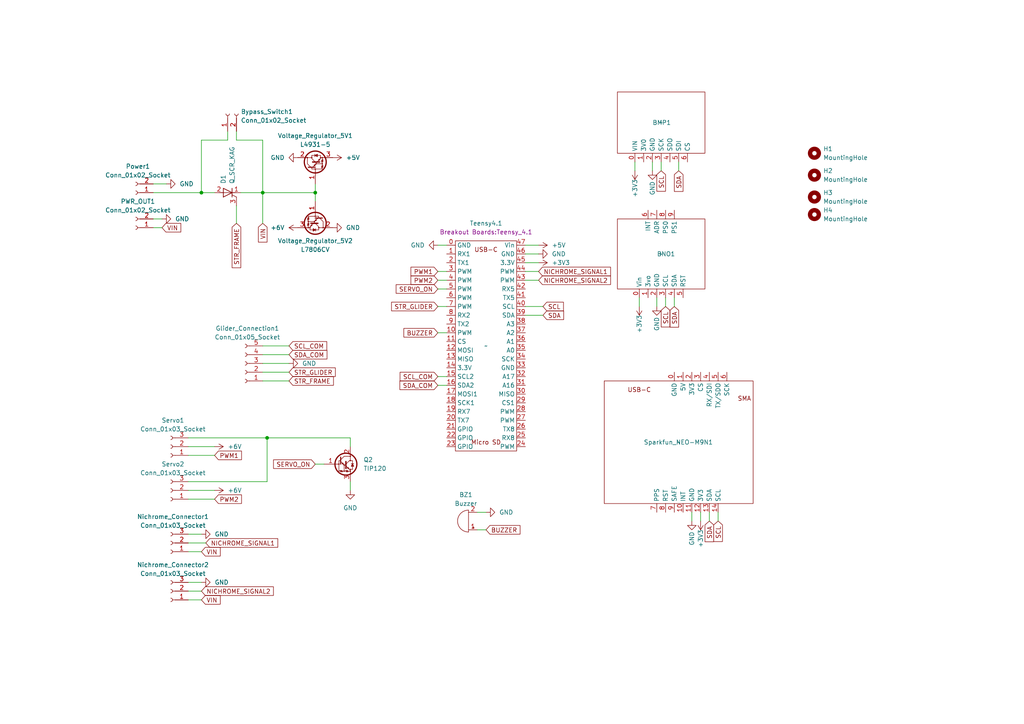
<source format=kicad_sch>
(kicad_sch (version 20231120) (generator "eeschema") (generator_version "8.0")
  (paper "A4")
  (lib_symbols
    (symbol "Breakout Boards:BMP280"
      (property "Reference" "BMP280" (at 0 0 0))
      (symbol "BMP280_0_1"
        (rectangle (start -12.7 8.89) (end 12.7 -8.89))
      )
      (symbol "BMP280_1_1"
        (pin input line (at -7.62 -11.43 90) (length 2.54) (name "VIN") (number "0"))
        (pin input line (at -5.08 -11.43 90) (length 2.54) (name "3V0") (number "1"))
        (pin input line (at -2.54 -11.43 90) (length 2.54) (name "GND") (number "2"))
        (pin input line (at 0 -11.43 90) (length 2.54) (name "SCK") (number "3"))
        (pin input line (at 2.54 -11.43 90) (length 2.54) (name "SDO") (number "4"))
        (pin input line (at 5.08 -11.43 90) (length 2.54) (name "SDI") (number "5"))
        (pin input line (at 7.62 -11.43 90) (length 2.54) (name "CS") (number "6"))
      )
    )
    (symbol "Breakout Boards:BNO055"
      (property "Reference" "BNO055" (at 0 0 0))
      (symbol "BNO055_0_1"
        (rectangle (start -12.7 10.16) (end 12.7 -10.16))
      )
      (symbol "BNO055_1_1"
        (pin input line (at -6.35 -12.7 90) (length 2.54) (name "Vin") (number "0"))
        (pin input line (at -3.81 -12.7 90) (length 2.54) (name "3vo") (number "1"))
        (pin input line (at -1.27 -12.7 90) (length 2.54) (name "GND") (number "2"))
        (pin input line (at 1.27 -12.7 90) (length 2.54) (name "SCL") (number "3"))
        (pin input line (at 3.81 -12.7 90) (length 2.54) (name "SDA") (number "4"))
        (pin input line (at 6.35 -12.7 90) (length 2.54) (name "RST") (number "5"))
        (pin input line (at -3.81 12.7 270) (length 2.54) (name "INT") (number "6"))
        (pin input line (at -1.27 12.7 270) (length 2.54) (name "ADR") (number "7"))
        (pin input line (at 1.27 12.7 270) (length 2.54) (name "PS0") (number "8"))
        (pin input line (at 3.81 12.7 270) (length 2.54) (name "PS1") (number "9"))
      )
    )
    (symbol "Breakout Boards:Sparkfun_NEO-M9N"
      (property "Reference" "Sparkfun_NEO-M9N" (at 0 0 0))
      (symbol "Sparkfun_NEO-M9N_0_1"
        (rectangle (start -21.59 17.78) (end 21.59 -17.78))
      )
      (symbol "Sparkfun_NEO-M9N_1_1"
        (text "SMA" (at 19.05 12.7 0) (effects (font (size 1.27 1.27))))
        (text "USB-C" (at -11.43 15.24 0) (effects (font (size 1.27 1.27))))
        (pin input line (at -1.27 20.32 270) (length 2.54) (name "GND") (number "0"))
        (pin input line (at 1.27 20.32 270) (length 2.54) (name "5V") (number "1"))
        (pin input line (at 1.27 -20.32 90) (length 2.54) (name "INT") (number "10"))
        (pin input line (at 3.81 -20.32 90) (length 2.54) (name "GND") (number "11"))
        (pin input line (at 6.35 -20.32 90) (length 2.54) (name "3V3") (number "12"))
        (pin input line (at 8.89 -20.32 90) (length 2.54) (name "SDA") (number "13"))
        (pin input line (at 11.43 -20.32 90) (length 2.54) (name "SCL") (number "14"))
        (pin input line (at 3.81 20.32 270) (length 2.54) (name "3V3") (number "2"))
        (pin input line (at 6.35 20.32 270) (length 2.54) (name "CS") (number "3"))
        (pin input line (at 8.89 20.32 270) (length 2.54) (name "RX/SDI") (number "4"))
        (pin input line (at 11.43 20.32 270) (length 2.54) (name "TX/SDO") (number "5"))
        (pin input line (at 13.97 20.32 270) (length 2.54) (name "SCK") (number "6"))
        (pin input line (at -6.35 -20.32 90) (length 2.54) (name "PPS") (number "7"))
        (pin input line (at -3.81 -20.32 90) (length 2.54) (name "RST") (number "8"))
        (pin input line (at -1.27 -20.32 90) (length 2.54) (name "SAFE") (number "9"))
      )
    )
    (symbol "Breakout Boards:Teensy_4.1"
      (property "Reference" "Teensy4.1" (at 0 0 90))
      (property "Footprint" "Breakout Boards:Teensy_4.1" (at 0 0 0))
      (symbol "Teensy_4.1_0_1"
        (rectangle (start -8.89 30.48) (end 8.89 -30.48))
      )
      (symbol "Teensy_4.1_1_1"
        (text "Micro SD" (at 0 -27.94 0) (effects (font (size 1.27 1.27))))
        (text "USB-C" (at 0 27.94 0) (effects (font (size 1.27 1.27))))
        (pin input line (at -11.43 29.21 0) (length 2.54) (name "GND") (number "0"))
        (pin input line (at -11.43 26.67 0) (length 2.54) (name "RX1") (number "1"))
        (pin input line (at -11.43 3.81 0) (length 2.54) (name "PWM") (number "10"))
        (pin input line (at -11.43 1.27 0) (length 2.54) (name "CS") (number "11"))
        (pin input line (at -11.43 -1.27 0) (length 2.54) (name "MOSI") (number "12"))
        (pin input line (at -11.43 -3.81 0) (length 2.54) (name "MISO") (number "13"))
        (pin input line (at -11.43 -6.35 0) (length 2.54) (name "3.3V") (number "14"))
        (pin input line (at -11.43 -8.89 0) (length 2.54) (name "SCL2") (number "15"))
        (pin input line (at -11.43 -11.43 0) (length 2.54) (name "SDA2") (number "16"))
        (pin input line (at -11.43 -13.97 0) (length 2.54) (name "MOSI1") (number "17"))
        (pin input line (at -11.43 -16.51 0) (length 2.54) (name "SCK1") (number "18"))
        (pin input line (at -11.43 -19.05 0) (length 2.54) (name "RX7") (number "19"))
        (pin input line (at -11.43 24.13 0) (length 2.54) (name "TX1") (number "2"))
        (pin input line (at -11.43 -21.59 0) (length 2.54) (name "TX7") (number "20"))
        (pin input line (at -11.43 -24.13 0) (length 2.54) (name "GPIO") (number "21"))
        (pin input line (at -11.43 -26.67 0) (length 2.54) (name "GPIO") (number "22"))
        (pin input line (at -11.43 -29.21 0) (length 2.54) (name "GPIO") (number "23"))
        (pin input line (at 11.43 -29.21 180) (length 2.54) (name "PWM") (number "24"))
        (pin input line (at 11.43 -26.67 180) (length 2.54) (name "RX8") (number "25"))
        (pin input line (at 11.43 -24.13 180) (length 2.54) (name "TX8") (number "26"))
        (pin input line (at 11.43 -21.59 180) (length 2.54) (name "PWM") (number "27"))
        (pin input line (at 11.43 -19.05 180) (length 2.54) (name "PWM") (number "28"))
        (pin input line (at 11.43 -16.51 180) (length 2.54) (name "CS1") (number "29"))
        (pin input line (at -11.43 21.59 0) (length 2.54) (name "PWM") (number "3"))
        (pin input line (at 11.43 -13.97 180) (length 2.54) (name "MISO") (number "30"))
        (pin input line (at 11.43 -11.43 180) (length 2.54) (name "A16") (number "31"))
        (pin input line (at 11.43 -8.89 180) (length 2.54) (name "A17") (number "32"))
        (pin input line (at 11.43 -6.35 180) (length 2.54) (name "GND") (number "33"))
        (pin input line (at 11.43 -3.81 180) (length 2.54) (name "SCK") (number "34"))
        (pin input line (at 11.43 -1.27 180) (length 2.54) (name "A0") (number "35"))
        (pin input line (at 11.43 1.27 180) (length 2.54) (name "A1") (number "36"))
        (pin input line (at 11.43 3.81 180) (length 2.54) (name "A2") (number "37"))
        (pin input line (at 11.43 6.35 180) (length 2.54) (name "A3") (number "38"))
        (pin input line (at 11.43 8.89 180) (length 2.54) (name "SDA") (number "39"))
        (pin input line (at -11.43 19.05 0) (length 2.54) (name "PWM") (number "4"))
        (pin input line (at 11.43 11.43 180) (length 2.54) (name "SCL") (number "40"))
        (pin input line (at 11.43 13.97 180) (length 2.54) (name "TX5") (number "41"))
        (pin input line (at 11.43 16.51 180) (length 2.54) (name "RX5") (number "42"))
        (pin input line (at 11.43 19.05 180) (length 2.54) (name "PWM") (number "43"))
        (pin input line (at 11.43 21.59 180) (length 2.54) (name "PWM") (number "44"))
        (pin input line (at 11.43 24.13 180) (length 2.54) (name "3.3V") (number "45"))
        (pin input line (at 11.43 26.67 180) (length 2.54) (name "GND") (number "46"))
        (pin input line (at 11.43 29.21 180) (length 2.54) (name "Vin") (number "47"))
        (pin input line (at -11.43 16.51 0) (length 2.54) (name "PWM") (number "5"))
        (pin input line (at -11.43 13.97 0) (length 2.54) (name "PWM") (number "6"))
        (pin input line (at -11.43 11.43 0) (length 2.54) (name "PWM") (number "7"))
        (pin input line (at -11.43 8.89 0) (length 2.54) (name "RX2") (number "8"))
        (pin input line (at -11.43 6.35 0) (length 2.54) (name "TX2") (number "9"))
      )
    )
    (symbol "Connector:Conn_01x02_Socket" (pin_names (offset 1.016) hide)
      (property "Reference" "J" (at 0 2.54 0))
      (property "Value" "Conn_01x02_Socket" (at 0 -5.08 0))
      (symbol "Conn_01x02_Socket_1_1"
        (arc (start 0 -2.032) (mid -0.5058 -2.54) (end 0 -3.048) (stroke (width 0.1524)))
        (polyline (pts (xy -1.27 -2.54) (xy -0.508 -2.54)) (stroke (width 0.1524)))
        (polyline (pts (xy -1.27 0) (xy -0.508 0)) (stroke (width 0.1524)))
        (arc (start 0 0.508) (mid -0.5058 0) (end 0 -0.508) (stroke (width 0.1524)))
        (pin passive line (at -5.08 0 0) (length 3.81) (name "Pin_1") (number "1"))
        (pin passive line (at -5.08 -2.54 0) (length 3.81) (name "Pin_2") (number "2"))
      )
    )
    (symbol "Connector:Conn_01x03_Socket" (pin_names (offset 1.016) hide)
      (property "Reference" "J" (at 0 5.08 0))
      (property "Value" "Conn_01x03_Socket" (at 0 -5.08 0))
      (symbol "Conn_01x03_Socket_1_1"
        (arc (start 0 -2.032) (mid -0.5058 -2.54) (end 0 -3.048) (stroke (width 0.1524)))
        (polyline (pts (xy -1.27 -2.54) (xy -0.508 -2.54)) (stroke (width 0.1524)))
        (polyline (pts (xy -1.27 0) (xy -0.508 0)) (stroke (width 0.1524)))
        (polyline (pts (xy -1.27 2.54) (xy -0.508 2.54)) (stroke (width 0.1524)))
        (arc (start 0 0.508) (mid -0.5058 0) (end 0 -0.508) (stroke (width 0.1524)))
        (arc (start 0 3.048) (mid -0.5058 2.54) (end 0 2.032) (stroke (width 0.1524)))
        (pin passive line (at -5.08 2.54 0) (length 3.81) (name "Pin_1") (number "1"))
        (pin passive line (at -5.08 0 0) (length 3.81) (name "Pin_2") (number "2"))
        (pin passive line (at -5.08 -2.54 0) (length 3.81) (name "Pin_3") (number "3"))
      )
    )
    (symbol "Connector:Conn_01x05_Socket" (pin_names (offset 1.016) hide)
      (property "Reference" "J" (at 0 7.62 0))
      (property "Value" "Conn_01x05_Socket" (at 0 -7.62 0))
      (symbol "Conn_01x05_Socket_1_1"
        (arc (start 0 -4.572) (mid -0.5058 -5.08) (end 0 -5.588) (stroke (width 0.1524)))
        (arc (start 0 -2.032) (mid -0.5058 -2.54) (end 0 -3.048) (stroke (width 0.1524)))
        (polyline (pts (xy -1.27 -5.08) (xy -0.508 -5.08)) (stroke (width 0.1524)))
        (polyline (pts (xy -1.27 -2.54) (xy -0.508 -2.54)) (stroke (width 0.1524)))
        (polyline (pts (xy -1.27 0) (xy -0.508 0)) (stroke (width 0.1524)))
        (polyline (pts (xy -1.27 2.54) (xy -0.508 2.54)) (stroke (width 0.1524)))
        (polyline (pts (xy -1.27 5.08) (xy -0.508 5.08)) (stroke (width 0.1524)))
        (arc (start 0 0.508) (mid -0.5058 0) (end 0 -0.508) (stroke (width 0.1524)))
        (arc (start 0 3.048) (mid -0.5058 2.54) (end 0 2.032) (stroke (width 0.1524)))
        (arc (start 0 5.588) (mid -0.5058 5.08) (end 0 4.572) (stroke (width 0.1524)))
        (pin passive line (at -5.08 5.08 0) (length 3.81) (name "Pin_1") (number "1"))
        (pin passive line (at -5.08 2.54 0) (length 3.81) (name "Pin_2") (number "2"))
        (pin passive line (at -5.08 0 0) (length 3.81) (name "Pin_3") (number "3"))
        (pin passive line (at -5.08 -2.54 0) (length 3.81) (name "Pin_4") (number "4"))
        (pin passive line (at -5.08 -5.08 0) (length 3.81) (name "Pin_5") (number "5"))
      )
    )
    (symbol "Device:Buzzer" (pin_names (offset 0.0254) hide)
      (property "Reference" "BZ" (at 3.81 1.27 0))
      (property "Value" "Buzzer" (at 3.81 -1.27 0))
      (symbol "Buzzer_0_1"
        (arc (start 0 -3.175) (mid 3.1612 0) (end 0 3.175))
        (polyline (pts (xy -1.651 1.905) (xy -1.143 1.905)))
        (polyline (pts (xy -1.397 2.159) (xy -1.397 1.651)))
        (polyline (pts (xy 0 3.175) (xy 0 -3.175)))
      )
      (symbol "Buzzer_1_1"
        (pin passive line (at -2.54 2.54 0) (length 2.54) (name "-") (number "1"))
        (pin passive line (at -2.54 -2.54 0) (length 2.54) (name "+") (number "2"))
      )
    )
    (symbol "Device:Q_SCR_KAG" (pin_names (offset 0) hide)
      (property "Reference" "D" (at 1.905 0.635 0))
      (property "Value" "Q_SCR_KAG" (at 1.905 -1.27 0))
      (symbol "Q_SCR_KAG_0_1"
        (polyline (pts (xy -1.27 -2.54) (xy -0.635 -1.27)))
        (polyline (pts (xy -1.27 -1.27) (xy 1.27 -1.27)) (stroke (width 0.2032)))
        (polyline (pts (xy 0 -2.54) (xy 0 2.54)))
        (polyline (pts (xy -1.27 1.27) (xy 1.27 1.27) (xy 0 -1.27) (xy -1.27 1.27)) (stroke (width 0.2032)))
      )
      (symbol "Q_SCR_KAG_1_1"
        (pin passive line (at 0 -3.81 90) (length 2.54) (name "K") (number "1"))
        (pin passive line (at 0 3.81 270) (length 2.54) (name "A") (number "2"))
        (pin input line (at -3.81 -2.54 0) (length 2.54) (name "G") (number "3"))
      )
    )
    (symbol "Mechanical:MountingHole" (pin_names (offset 1.016))
      (property "Reference" "H" (at 0 5.08 0))
      (property "Value" "MountingHole" (at 0 3.175 0))
      (symbol "MountingHole_0_1"
        (circle (center 0 0) (radius 1.27) (stroke (width 1.27)))
      )
    )
    (symbol "Transistor_BJT:TIP120" (pin_names (offset 0) hide)
      (property "Reference" "Q" (at 5.08 1.905 0))
      (property "Value" "TIP120" (at 5.08 0 0))
      (symbol "TIP120_0_1"
        (circle (center -0.762 0) (radius 0.127))
        (polyline (pts (xy -1.27 0) (xy -0.889 0)))
        (polyline (pts (xy 2.54 -2.032) (xy 2.54 -2.54)))
        (polyline (pts (xy 2.54 -1.524) (xy 3.175 -1.524)))
        (polyline (pts (xy 2.794 0.127) (xy 3.556 0.127)))
        (polyline (pts (xy 3.175 -0.635) (xy 3.175 -1.524)))
        (polyline (pts (xy 3.175 1.016) (xy 2.54 1.016)))
        (polyline (pts (xy 3.175 1.016) (xy 3.175 0.127)))
        (polyline (pts (xy -0.254 0.762) (xy 0.762 -0.254) (xy 1.27 -0.254)))
        (polyline (pts (xy -0.254 1.016) (xy -0.762 1.016) (xy -0.762 -2.032)))
        (polyline (pts (xy -0.254 1.27) (xy 0.762 2.286) (xy 2.54 2.286)))
        (polyline (pts (xy -0.254 2.032) (xy -0.254 0) (xy -0.254 0)) (stroke (width 0.3048)))
        (polyline (pts (xy 1.27 0.762) (xy 1.27 -1.27) (xy 1.27 -1.27)) (stroke (width 0.381)))
        (polyline (pts (xy 0.635 -0.127) (xy 0.381 0.381) (xy 0.127 0.127) (xy 0.635 -0.127)))
        (polyline (pts (xy 1.27 -0.508) (xy 2.286 -1.524) (xy 2.54 -1.524) (xy 2.54 -2.032)))
        (polyline (pts (xy 1.27 0) (xy 2.286 1.016) (xy 2.54 1.016) (xy 2.54 2.286)))
        (polyline (pts (xy 2.159 -1.397) (xy 1.905 -0.889) (xy 1.651 -1.143) (xy 2.159 -1.397)))
        (polyline (pts (xy 3.175 0.127) (xy 2.794 -0.635) (xy 3.556 -0.635) (xy 3.175 0.127)) (fill (type outline)))
        (polyline (pts (xy 0.762 -2.032) (xy 0.381 -2.032) (xy 0.254 -2.286) (xy 0.127 -1.778) (xy 0 -2.286) (xy -0.127 -1.778) (xy -0.254 -2.286) (xy -0.381 -1.778) (xy -0.508 -2.032) (xy -0.762 -2.032)))
        (polyline (pts (xy 0.762 -0.254) (xy 0.762 -2.032) (xy 1.143 -2.032) (xy 1.27 -1.778) (xy 1.397 -2.286) (xy 1.524 -1.778) (xy 1.651 -2.286) (xy 1.778 -1.778) (xy 1.905 -2.286) (xy 2.032 -2.032) (xy 2.54 -2.032)))
        (circle (center 0.762 -2.032) (radius 0.127))
        (circle (center 0.762 -0.254) (radius 0.127))
        (circle (center 1.27 0) (radius 3.175) (stroke (width 0.3556)))
        (circle (center 2.54 -2.032) (radius 0.127))
        (circle (center 2.54 -1.524) (radius 0.127))
        (circle (center 2.54 1.016) (radius 0.127))
        (circle (center 2.54 2.286) (radius 0.127))
      )
      (symbol "TIP120_1_1"
        (pin input line (at -5.08 0 0) (length 3.81) (name "B") (number "1"))
        (pin passive line (at 2.54 5.08 270) (length 2.667) (name "C") (number "2"))
        (pin passive line (at 2.54 -5.08 90) (length 2.54) (name "E") (number "3"))
      )
    )
    (symbol "power:+3V3" (power) (pin_names (offset 0))
      (property "Value" "+3V3" (at 0 3.556 0))
      (symbol "+3V3_0_1"
        (polyline (pts (xy -0.762 1.27) (xy 0 2.54)))
        (polyline (pts (xy 0 0) (xy 0 2.54)))
        (polyline (pts (xy 0 2.54) (xy 0.762 1.27)))
      )
      (symbol "+3V3_1_1"
        (pin power_in line (at 0 0 90) (length 0) hide (name "+3V3") (number "1"))
      )
    )
    (symbol "power:+5V" (power) (pin_names (offset 0))
      (property "Value" "+5V" (at 0 3.556 0))
      (symbol "+5V_0_1"
        (polyline (pts (xy -0.762 1.27) (xy 0 2.54)))
        (polyline (pts (xy 0 0) (xy 0 2.54)))
        (polyline (pts (xy 0 2.54) (xy 0.762 1.27)))
      )
      (symbol "+5V_1_1"
        (pin power_in line (at 0 0 90) (length 0) hide (name "+5V") (number "1"))
      )
    )
    (symbol "power:+6V" (power) (pin_names (offset 0))
      (property "Value" "+6V" (at 0 3.556 0))
      (symbol "+6V_0_1"
        (polyline (pts (xy -0.762 1.27) (xy 0 2.54)))
        (polyline (pts (xy 0 0) (xy 0 2.54)))
        (polyline (pts (xy 0 2.54) (xy 0.762 1.27)))
      )
      (symbol "+6V_1_1"
        (pin power_in line (at 0 0 90) (length 0) hide (name "+6V") (number "1"))
      )
    )
    (symbol "power:GND" (power) (pin_names (offset 0))
      (property "Value" "GND" (at 0 -3.81 0))
      (symbol "GND_0_1"
        (polyline (pts (xy 0 0) (xy 0 -1.27) (xy 1.27 -1.27) (xy 0 -2.54) (xy -1.27 -1.27) (xy 0 -1.27)))
      )
      (symbol "GND_1_1"
        (pin power_in line (at 0 0 270) (length 0) hide (name "GND") (number "1"))
      )
    )
  )
  (junction (at 58.42 55.88))
  (junction (at 91.44 55.88))
  (junction (at 76.2 55.88))
  (junction (at 77.47 127))
  (wire (pts (xy 152.4 81.28) (xy 156.21 81.28)))
  (wire (pts (xy 152.4 73.66) (xy 156.21 73.66)))
  (wire (pts (xy 127 83.82) (xy 129.54 83.82)))
  (wire (pts (xy 91.44 55.88) (xy 91.44 58.42)))
  (wire (pts (xy 54.61 173.99) (xy 58.42 173.99)))
  (wire (pts (xy 208.28 148.59) (xy 208.28 151.13)))
  (wire (pts (xy 54.61 168.91) (xy 58.42 168.91)))
  (wire (pts (xy 54.61 127) (xy 77.47 127)))
  (wire (pts (xy 127 96.52) (xy 129.54 96.52)))
  (wire (pts (xy 91.44 53.34) (xy 91.44 55.88)))
  (wire (pts (xy 76.2 64.77) (xy 76.2 55.88)))
  (wire (pts (xy 44.45 53.34) (xy 48.26 53.34)))
  (wire (pts (xy 127 88.9) (xy 129.54 88.9)))
  (wire (pts (xy 152.4 76.2) (xy 156.21 76.2)))
  (wire (pts (xy 44.45 55.88) (xy 58.42 55.88)))
  (wire (pts (xy 68.58 64.77) (xy 68.58 59.69)))
  (wire (pts (xy 93.98 134.62) (xy 91.44 134.62)))
  (wire (pts (xy 76.2 40.64) (xy 76.2 55.88)))
  (wire (pts (xy 200.66 148.59) (xy 200.66 151.13)))
  (wire (pts (xy 190.5 86.36) (xy 190.5 88.9)))
  (wire (pts (xy 189.23 46.99) (xy 189.23 49.53)))
  (wire (pts (xy 66.04 38.1) (xy 66.04 40.64)))
  (wire (pts (xy 54.61 154.94) (xy 58.42 154.94)))
  (wire (pts (xy 44.45 66.04) (xy 46.99 66.04)))
  (wire (pts (xy 76.2 55.88) (xy 91.44 55.88)))
  (wire (pts (xy 152.4 78.74) (xy 156.21 78.74)))
  (wire (pts (xy 54.61 144.78) (xy 62.23 144.78)))
  (wire (pts (xy 54.61 129.54) (xy 62.23 129.54)))
  (wire (pts (xy 68.58 38.1) (xy 68.58 40.64)))
  (wire (pts (xy 152.4 91.44) (xy 157.48 91.44)))
  (wire (pts (xy 205.74 148.59) (xy 205.74 151.13)))
  (wire (pts (xy 138.43 153.67) (xy 140.97 153.67)))
  (wire (pts (xy 54.61 139.7) (xy 77.47 139.7)))
  (wire (pts (xy 193.04 86.36) (xy 193.04 88.9)))
  (wire (pts (xy 127 111.76) (xy 129.54 111.76)))
  (wire (pts (xy 101.6 139.7) (xy 101.6 142.24)))
  (wire (pts (xy 152.4 88.9) (xy 157.48 88.9)))
  (wire (pts (xy 191.77 46.99) (xy 191.77 49.53)))
  (wire (pts (xy 76.2 102.87) (xy 83.82 102.87)))
  (wire (pts (xy 54.61 160.02) (xy 58.42 160.02)))
  (wire (pts (xy 101.6 127) (xy 101.6 129.54)))
  (wire (pts (xy 68.58 40.64) (xy 76.2 40.64)))
  (wire (pts (xy 185.42 86.36) (xy 185.42 88.9)))
  (wire (pts (xy 138.43 148.59) (xy 140.97 148.59)))
  (wire (pts (xy 54.61 157.48) (xy 59.69 157.48)))
  (wire (pts (xy 195.58 86.36) (xy 195.58 88.9)))
  (wire (pts (xy 54.61 142.24) (xy 62.23 142.24)))
  (wire (pts (xy 77.47 127) (xy 101.6 127)))
  (wire (pts (xy 127 71.12) (xy 129.54 71.12)))
  (wire (pts (xy 152.4 71.12) (xy 156.21 71.12)))
  (wire (pts (xy 58.42 55.88) (xy 62.23 55.88)))
  (wire (pts (xy 127 81.28) (xy 129.54 81.28)))
  (wire (pts (xy 66.04 40.64) (xy 58.42 40.64)))
  (wire (pts (xy 203.2 148.59) (xy 203.2 151.13)))
  (wire (pts (xy 76.2 100.33) (xy 83.82 100.33)))
  (wire (pts (xy 54.61 132.08) (xy 62.23 132.08)))
  (wire (pts (xy 76.2 55.88) (xy 69.85 55.88)))
  (wire (pts (xy 196.85 46.99) (xy 196.85 49.53)))
  (wire (pts (xy 77.47 139.7) (xy 77.47 127)))
  (wire (pts (xy 76.2 105.41) (xy 83.82 105.41)))
  (wire (pts (xy 76.2 110.49) (xy 83.82 110.49)))
  (wire (pts (xy 54.61 171.45) (xy 58.42 171.45)))
  (wire (pts (xy 127 109.22) (xy 129.54 109.22)))
  (wire (pts (xy 76.2 107.95) (xy 83.82 107.95)))
  (wire (pts (xy 58.42 40.64) (xy 58.42 55.88)))
  (wire (pts (xy 184.15 46.99) (xy 184.15 49.53)))
  (wire (pts (xy 44.45 63.5) (xy 46.99 63.5)))
  (wire (pts (xy 127 78.74) (xy 129.54 78.74)))
  (global_label "SDA" (shape input) (at 196.85 49.53 270) (property "Intersheetrefs" "${INTERSHEET_REFS}" (effects (hide yes))))
  (global_label "VIN" (shape input) (at 46.99 66.04 0) (property "Intersheetrefs" "${INTERSHEET_REFS}" (effects (hide yes))))
  (global_label "SERVO_ON" (shape input) (at 127 83.82 180) (property "Intersheetrefs" "${INTERSHEET_REFS}" (effects (hide yes))))
  (global_label "SCL_COM" (shape input) (at 83.82 100.33 0) (property "Intersheetrefs" "${INTERSHEET_REFS}" (effects (hide yes))))
  (global_label "PWM2" (shape input) (at 127 81.28 180) (property "Intersheetrefs" "${INTERSHEET_REFS}" (effects (hide yes))))
  (global_label "PWM2" (shape input) (at 62.23 144.78 0) (property "Intersheetrefs" "${INTERSHEET_REFS}" (effects (hide yes))))
  (global_label "NICHROME_SIGNAL1" (shape input) (at 156.21 78.74 0) (property "Intersheetrefs" "${INTERSHEET_REFS}" (effects (hide yes))))
  (global_label "STR_FRAME" (shape input) (at 68.58 64.77 270) (property "Intersheetrefs" "${INTERSHEET_REFS}" (effects (hide yes))))
  (global_label "SDA" (shape input) (at 205.74 151.13 270) (property "Intersheetrefs" "${INTERSHEET_REFS}" (effects (hide yes))))
  (global_label "SCL" (shape input) (at 208.28 151.13 270) (property "Intersheetrefs" "${INTERSHEET_REFS}" (effects (hide yes))))
  (global_label "SDA_COM" (shape input) (at 83.82 102.87 0) (property "Intersheetrefs" "${INTERSHEET_REFS}" (effects (hide yes))))
  (global_label "SDA_COM" (shape input) (at 127 111.76 180) (property "Intersheetrefs" "${INTERSHEET_REFS}" (effects (hide yes))))
  (global_label "NICHROME_SIGNAL2" (shape input) (at 58.42 171.45 0) (property "Intersheetrefs" "${INTERSHEET_REFS}" (effects (hide yes))))
  (global_label "NICHROME_SIGNAL1" (shape input) (at 59.69 157.48 0) (property "Intersheetrefs" "${INTERSHEET_REFS}" (effects (hide yes))))
  (global_label "STR_GLIDER" (shape input) (at 127 88.9 180) (property "Intersheetrefs" "${INTERSHEET_REFS}" (effects (hide yes))))
  (global_label "VIN" (shape input) (at 76.2 64.77 270) (property "Intersheetrefs" "${INTERSHEET_REFS}" (effects (hide yes))))
  (global_label "SDA" (shape input) (at 195.58 88.9 270) (property "Intersheetrefs" "${INTERSHEET_REFS}" (effects (hide yes))))
  (global_label "PWM1" (shape input) (at 62.23 132.08 0) (property "Intersheetrefs" "${INTERSHEET_REFS}" (effects (hide yes))))
  (global_label "VIN" (shape input) (at 58.42 173.99 0) (property "Intersheetrefs" "${INTERSHEET_REFS}" (effects (hide yes))))
  (global_label "SDA" (shape input) (at 157.48 91.44 0) (property "Intersheetrefs" "${INTERSHEET_REFS}" (effects (hide yes))))
  (global_label "NICHROME_SIGNAL2" (shape input) (at 156.21 81.28 0) (property "Intersheetrefs" "${INTERSHEET_REFS}" (effects (hide yes))))
  (global_label "SERVO_ON" (shape input) (at 91.44 134.62 180) (property "Intersheetrefs" "${INTERSHEET_REFS}" (effects (hide yes))))
  (global_label "SCL" (shape input) (at 157.48 88.9 0) (property "Intersheetrefs" "${INTERSHEET_REFS}" (effects (hide yes))))
  (global_label "BUZZER" (shape input) (at 140.97 153.67 0) (property "Intersheetrefs" "${INTERSHEET_REFS}" (effects (hide yes))))
  (global_label "STR_FRAME" (shape input) (at 83.82 110.49 0) (property "Intersheetrefs" "${INTERSHEET_REFS}" (effects (hide yes))))
  (global_label "BUZZER" (shape input) (at 127 96.52 180) (property "Intersheetrefs" "${INTERSHEET_REFS}" (effects (hide yes))))
  (global_label "SCL" (shape input) (at 193.04 88.9 270) (property "Intersheetrefs" "${INTERSHEET_REFS}" (effects (hide yes))))
  (global_label "SCL" (shape input) (at 191.77 49.53 270) (property "Intersheetrefs" "${INTERSHEET_REFS}" (effects (hide yes))))
  (global_label "PWM1" (shape input) (at 127 78.74 180) (property "Intersheetrefs" "${INTERSHEET_REFS}" (effects (hide yes))))
  (global_label "VIN" (shape input) (at 58.42 160.02 0) (property "Intersheetrefs" "${INTERSHEET_REFS}" (effects (hide yes))))
  (global_label "SCL_COM" (shape input) (at 127 109.22 180) (property "Intersheetrefs" "${INTERSHEET_REFS}" (effects (hide yes))))
  (global_label "STR_GLIDER" (shape input) (at 83.82 107.95 0) (property "Intersheetrefs" "${INTERSHEET_REFS}" (effects (hide yes))))
  (symbol (lib_id "power:+6V") (at 62.23 129.54 270) (unit 1)
    (property "Reference" "#PWR015" (effects (hide yes)))
    (property "Value" "+6V" (at 66.04 129.54 90) (effects (justify left)))
  )
  (symbol (lib_id "power:+3V3") (at 185.42 88.9 180) (unit 1)
    (property "Reference" "#PWR08" (effects (hide yes)))
    (property "Value" "+3V3" (at 185.42 93.98 90))
  )
  (symbol (lib_id "Connector:Conn_01x02_Socket") (at 66.04 33.02 90) (unit 1)
    (property "Reference" "Bypass_Switch1" (at 69.85 32.385 90) (effects (justify right)))
    (property "Value" "Conn_01x02_Socket" (at 69.85 34.925 90) (effects (justify right)))
    (property "Footprint" "Connector_JST:JST_XH_B2B-XH-A_1x02_P2.50mm_Vertical" (effects (hide yes)))
  )
  (symbol (lib_id "Mechanical:MountingHole") (at 236.22 50.8 0) (unit 1)
    (property "Reference" "H2" (at 238.76 49.53 0) (effects (justify left)))
    (property "Value" "MountingHole" (at 238.76 52.07 0) (effects (justify left)))
    (property "Footprint" "MountingHole:MountingHole_3.2mm_M3" (effects (hide yes)))
  )
  (symbol (lib_id "power:+6V") (at 62.23 142.24 270) (unit 1)
    (property "Reference" "#PWR014" (effects (hide yes)))
    (property "Value" "+6V" (at 66.04 142.24 90) (effects (justify left)))
  )
  (symbol (lib_id "power:GND") (at 101.6 142.24 0) (unit 1)
    (property "Reference" "#PWR019" (effects (hide yes)))
    (property "Value" "GND" (at 101.6 147.32 0))
  )
  (symbol (lib_id "power:GND") (at 127 71.12 270) (unit 1)
    (property "Reference" "#PWR01" (effects (hide yes)))
    (property "Value" "GND" (at 123.19 71.12 90) (effects (justify right)))
  )
  (symbol (lib_id "Transistor_BJT:TIP120") (at 99.06 134.62 0) (unit 1)
    (property "Reference" "Q2" (at 105.41 133.35 0) (effects (justify left)))
    (property "Value" "TIP120" (at 105.41 135.89 0) (effects (justify left)))
    (property "Footprint" "Package_TO_SOT_THT:TO-220-3_Vertical" (effects (hide yes)))
    (property "Datasheet" "https://www.onsemi.com/pub/Collateral/TIP120-D.PDF" (effects (hide yes)))
  )
  (symbol (lib_id "Connector:Conn_01x03_Socket") (at 49.53 129.54 180) (unit 1)
    (property "Reference" "Servo1" (at 50.165 121.92 0))
    (property "Value" "Conn_01x03_Socket" (at 50.165 124.46 0))
    (property "Footprint" "Connector_JST:JST_XH_B3B-XH-A_1x03_P2.50mm_Vertical" (effects (hide yes)))
  )
  (symbol (lib_id "Connector:Conn_01x03_Socket") (at 49.53 171.45 180) (unit 1)
    (property "Reference" "Nichrome_Connector2" (at 50.165 163.83 0))
    (property "Value" "Conn_01x03_Socket" (at 50.165 166.37 0))
    (property "Footprint" "Connector_JST:JST_XH_B3B-XH-A_1x03_P2.50mm_Vertical" (effects (hide yes)))
  )
  (symbol (lib_id "Device:Q_SCR_KAG") (at 66.04 55.88 90) (unit 1)
    (property "Reference" "D1" (at 64.77 53.34 0) (effects (justify left)))
    (property "Value" "Q_SCR_KAG" (at 67.31 53.34 0) (effects (justify left)))
    (property "Footprint" "Package_TO_SOT_THT:TO-220-3_Vertical" (effects (hide yes)))
  )
  (symbol (lib_id "power:GND") (at 200.66 151.13 0) (unit 1)
    (property "Reference" "#PWR04" (effects (hide yes)))
    (property "Value" "GND" (at 200.66 156.21 90))
  )
  (symbol (lib_id "Mechanical:MountingHole") (at 236.22 44.45 0) (unit 1)
    (property "Reference" "H1" (at 238.76 43.18 0) (effects (justify left)))
    (property "Value" "MountingHole" (at 238.76 45.72 0) (effects (justify left)))
    (property "Footprint" "MountingHole:MountingHole_3.2mm_M3" (effects (hide yes)))
  )
  (symbol (lib_id "power:GND") (at 190.5 88.9 0) (unit 1)
    (property "Reference" "#PWR03" (effects (hide yes)))
    (property "Value" "GND" (at 190.5 93.98 90))
  )
  (symbol (lib_id "Breakout Boards:BMP280") (at 191.77 35.56 0) (unit 1)
    (property "Reference" "BMP1" (at 189.23 35.56 0) (effects (justify left)))
    (property "Value" "~" (at 191.77 35.56 0))
    (property "Footprint" "Breakout Boards:BMP280" (effects (hide yes)))
  )
  (symbol (lib_id "power:GND") (at 86.36 45.72 270) (unit 1)
    (property "Reference" "#PWR010" (effects (hide yes)))
    (property "Value" "GND" (at 82.55 45.72 90) (effects (justify right)))
  )
  (symbol (lib_id "power:GND") (at 140.97 148.59 90) (unit 1)
    (property "Reference" "#PWR018" (effects (hide yes)))
    (property "Value" "GND" (at 144.78 148.59 90) (effects (justify right)))
  )
  (symbol (lib_id "power:GND") (at 58.42 168.91 90) (unit 1)
    (property "Reference" "#PWR026" (effects (hide yes)))
    (property "Value" "GND" (at 62.23 168.91 90) (effects (justify right)))
  )
  (symbol (lib_id "power:GND") (at 46.99 63.5 90) (unit 1)
    (property "Reference" "#PWR024" (effects (hide yes)))
    (property "Value" "GND" (at 50.8 63.5 90) (effects (justify right)))
  )
  (symbol (lib_id "Connector:Conn_01x03_Socket") (at 49.53 157.48 180) (unit 1)
    (property "Reference" "Nichrome_Connector1" (at 50.165 149.86 0))
    (property "Value" "Conn_01x03_Socket" (at 50.165 152.4 0))
    (property "Footprint" "Connector_JST:JST_XH_B3B-XH-A_1x03_P2.50mm_Vertical" (effects (hide yes)))
  )
  (symbol (lib_id "Transistor_BJT:TIP120") (at 91.44 48.26 90) (unit 1)
    (property "Reference" "Voltage_Regulator_5V1" (at 91.44 39.37 90))
    (property "Value" "L4931-5" (at 91.44 41.91 90))
    (property "Footprint" "Package_TO_SOT_THT:TO-220-3_Vertical" (effects (hide yes)))
    (property "Datasheet" "https://www.onsemi.com/pub/Collateral/TIP120-D.PDF" (effects (hide yes)))
  )
  (symbol (lib_id "Device:Buzzer") (at 135.89 151.13 180) (unit 1)
    (property "Reference" "BZ1" (at 135.1349 143.51 0))
    (property "Value" "Buzzer" (at 135.1349 146.05 0))
    (property "Footprint" "Buzzer_Beeper:Buzzer_12x9.5RM7.6" (effects (hide yes)))
  )
  (symbol (lib_id "Breakout Boards:Teensy_4.1") (at 140.97 100.33 0) (unit 1)
    (property "Reference" "Teensy4.1" (at 140.97 64.77 0))
    (property "Value" "~" (at 140.97 100.33 0))
    (property "Footprint" "Breakout Boards:Teensy_4.1" (at 140.97 67.31 0))
  )
  (symbol (lib_id "power:+3V3") (at 156.21 76.2 270) (unit 1)
    (property "Reference" "#PWR06" (effects (hide yes)))
    (property "Value" "+3V3" (at 160.02 76.2 90) (effects (justify left)))
  )
  (symbol (lib_id "power:GND") (at 156.21 73.66 90) (unit 1)
    (property "Reference" "#PWR05" (effects (hide yes)))
    (property "Value" "GND" (at 160.02 73.66 90) (effects (justify right)))
  )
  (symbol (lib_id "power:+5V") (at 156.21 71.12 270) (unit 1)
    (property "Reference" "#PWR021" (effects (hide yes)))
    (property "Value" "+5V" (at 160.02 71.12 90) (effects (justify left)))
  )
  (symbol (lib_id "Connector:Conn_01x03_Socket") (at 49.53 142.24 180) (unit 1)
    (property "Reference" "Servo2" (at 50.165 134.62 0))
    (property "Value" "Conn_01x03_Socket" (at 50.165 137.16 0))
    (property "Footprint" "Connector_JST:JST_XH_B3B-XH-A_1x03_P2.50mm_Vertical" (effects (hide yes)))
  )
  (symbol (lib_id "Connector:Conn_01x02_Socket") (at 39.37 66.04 180) (unit 1)
    (property "Reference" "PWR_OUT1" (at 40.005 58.42 0))
    (property "Value" "Conn_01x02_Socket" (at 40.005 60.96 0))
    (property "Footprint" "Connector_JST:JST_XH_B2B-XH-A_1x02_P2.50mm_Vertical" (effects (hide yes)))
  )
  (symbol (lib_id "Transistor_BJT:TIP120") (at 91.44 63.5 270) (unit 1)
    (property "Reference" "Voltage_Regulator_5V2" (at 91.44 69.85 90))
    (property "Value" "L7806CV" (at 91.44 72.39 90))
    (property "Footprint" "Package_TO_SOT_THT:TO-220-3_Vertical" (effects (hide yes)))
    (property "Datasheet" "https://www.onsemi.com/pub/Collateral/TIP120-D.PDF" (effects (hide yes)))
  )
  (symbol (lib_id "power:GND") (at 96.52 66.04 90) (unit 1)
    (property "Reference" "#PWR017" (effects (hide yes)))
    (property "Value" "GND" (at 100.33 66.04 90) (effects (justify right)))
  )
  (symbol (lib_id "Mechanical:MountingHole") (at 236.22 57.15 0) (unit 1)
    (property "Reference" "H3" (at 238.76 55.88 0) (effects (justify left)))
    (property "Value" "MountingHole" (at 238.76 58.42 0) (effects (justify left)))
    (property "Footprint" "MountingHole:MountingHole_3.2mm_M3" (effects (hide yes)))
  )
  (symbol (lib_id "Connector:Conn_01x05_Socket") (at 71.12 105.41 180) (unit 1)
    (property "Reference" "Glider_Connection1" (at 71.755 95.25 0))
    (property "Value" "Conn_01x05_Socket" (at 71.755 97.79 0))
    (property "Footprint" "Connector_JST:JST_XH_B5B-XH-A_1x05_P2.50mm_Vertical" (effects (hide yes)))
  )
  (symbol (lib_id "power:GND") (at 58.42 154.94 90) (unit 1)
    (property "Reference" "#PWR022" (effects (hide yes)))
    (property "Value" "GND" (at 62.23 154.94 90) (effects (justify right)))
  )
  (symbol (lib_id "power:+6V") (at 86.36 66.04 90) (unit 1)
    (property "Reference" "#PWR012" (effects (hide yes)))
    (property "Value" "+6V" (at 82.55 66.04 90) (effects (justify left)))
  )
  (symbol (lib_id "power:+3V3") (at 203.2 151.13 180) (unit 1)
    (property "Reference" "#PWR09" (effects (hide yes)))
    (property "Value" "+3V3" (at 203.2 156.21 90))
  )
  (symbol (lib_id "Mechanical:MountingHole") (at 236.22 62.23 0) (unit 1)
    (property "Reference" "H4" (at 238.76 60.96 0) (effects (justify left)))
    (property "Value" "MountingHole" (at 238.76 63.5 0) (effects (justify left)))
    (property "Footprint" "MountingHole:MountingHole_3.2mm_M3" (effects (hide yes)))
  )
  (symbol (lib_id "power:+5V") (at 96.52 45.72 270) (unit 1)
    (property "Reference" "#PWR013" (effects (hide yes)))
    (property "Value" "+5V" (at 100.33 45.72 90) (effects (justify left)))
  )
  (symbol (lib_id "Connector:Conn_01x02_Socket") (at 39.37 55.88 180) (unit 1)
    (property "Reference" "Power1" (at 40.005 48.26 0))
    (property "Value" "Conn_01x02_Socket" (at 40.005 50.8 0))
    (property "Footprint" "Connector_JST:JST_XH_B2B-XH-A_1x02_P2.50mm_Vertical" (effects (hide yes)))
  )
  (symbol (lib_id "power:GND") (at 189.23 49.53 0) (unit 1)
    (property "Reference" "#PWR02" (effects (hide yes)))
    (property "Value" "GND" (at 189.23 54.61 90))
  )
  (symbol (lib_id "Breakout Boards:BNO055") (at 191.77 73.66 0) (unit 1)
    (property "Reference" "BNO1" (at 190.5 73.66 0) (effects (justify left)))
    (property "Value" "~" (at 191.77 73.66 0))
    (property "Footprint" "Breakout Boards:BNO055" (effects (hide yes)))
  )
  (symbol (lib_id "Breakout Boards:Sparkfun_NEO-M9N") (at 196.85 128.27 0) (unit 1)
    (property "Reference" "Sparkfun_NEO-M9N1" (at 186.69 128.27 0) (effects (justify left)))
    (property "Value" "~" (at 196.85 128.27 0))
    (property "Footprint" "Breakout Boards:Sparkfun_NEO-M9N" (effects (hide yes)))
  )
  (symbol (lib_id "power:GND") (at 83.82 105.41 90) (unit 1)
    (property "Reference" "#PWR028" (effects (hide yes)))
    (property "Value" "GND" (at 87.63 105.41 90) (effects (justify right)))
  )
  (symbol (lib_id "power:GND") (at 48.26 53.34 90) (unit 1)
    (property "Reference" "#PWR011" (effects (hide yes)))
    (property "Value" "GND" (at 52.07 53.34 90) (effects (justify right)))
  )
  (symbol (lib_id "power:+3V3") (at 184.15 49.53 180) (unit 1)
    (property "Reference" "#PWR07" (effects (hide yes)))
    (property "Value" "+3V3" (at 184.15 54.61 90))
  )
)
</source>
